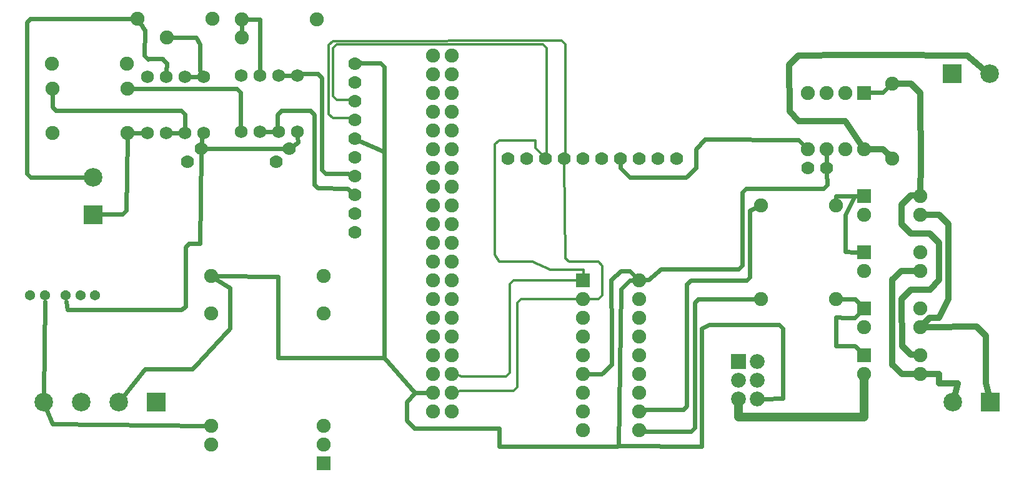
<source format=gtl>
G04 MADE WITH FRITZING*
G04 WWW.FRITZING.ORG*
G04 DOUBLE SIDED*
G04 HOLES PLATED*
G04 CONTOUR ON CENTER OF CONTOUR VECTOR*
%ASAXBY*%
%FSLAX23Y23*%
%MOIN*%
%OFA0B0*%
%SFA1.0B1.0*%
%ADD10C,0.079370*%
%ADD11C,0.075000*%
%ADD12C,0.053843*%
%ADD13C,0.068000*%
%ADD14C,0.070000*%
%ADD15C,0.075361*%
%ADD16C,0.099055*%
%ADD17R,0.079370X0.079370*%
%ADD18R,0.075000X0.075000*%
%ADD19R,0.099055X0.099055*%
%ADD20C,0.024000*%
%ADD21C,0.048000*%
%ADD22C,0.012000*%
%ADD23C,0.032000*%
%ADD24R,0.001000X0.001000*%
%LNCOPPER1*%
G90*
G70*
G54D10*
X3976Y641D03*
X3976Y541D03*
X3976Y441D03*
X3876Y641D03*
X3876Y541D03*
X3876Y441D03*
G54D11*
X1661Y95D03*
X1661Y195D03*
X1061Y195D03*
X1661Y295D03*
X1061Y295D03*
X1661Y895D03*
X1061Y895D03*
X1661Y1095D03*
X1061Y1095D03*
G54D12*
X96Y994D03*
X175Y994D03*
X285Y994D03*
X364Y994D03*
X443Y994D03*
G54D11*
X1624Y2465D03*
X1224Y2465D03*
X1224Y2371D03*
X824Y2371D03*
X213Y2229D03*
X613Y2229D03*
X614Y2096D03*
X214Y2096D03*
G54D13*
X1522Y2165D03*
X1422Y2165D03*
X1322Y2165D03*
X1222Y2165D03*
X1222Y1865D03*
X1322Y1865D03*
X1422Y1865D03*
X1522Y1865D03*
X1522Y2165D03*
X1422Y2165D03*
X1322Y2165D03*
X1222Y2165D03*
X1222Y1865D03*
X1322Y1865D03*
X1422Y1865D03*
X1522Y1865D03*
X1021Y2160D03*
X921Y2160D03*
X821Y2160D03*
X721Y2160D03*
X721Y1860D03*
X821Y1860D03*
X921Y1860D03*
X1021Y1860D03*
X1021Y2160D03*
X921Y2160D03*
X821Y2160D03*
X721Y2160D03*
X721Y1860D03*
X821Y1860D03*
X921Y1860D03*
X1021Y1860D03*
G54D11*
X1067Y2470D03*
X667Y2470D03*
X614Y1860D03*
X214Y1860D03*
G54D14*
X1409Y1705D03*
X1479Y1776D03*
X936Y1705D03*
X1007Y1776D03*
X1828Y1328D03*
X1828Y1428D03*
X1828Y1528D03*
X1828Y1628D03*
X1828Y1728D03*
X1828Y1828D03*
X1828Y1928D03*
X1828Y2028D03*
X1828Y2128D03*
X1828Y2228D03*
X3546Y1724D03*
X3446Y1724D03*
X3346Y1724D03*
X3246Y1724D03*
X3146Y1724D03*
X3046Y1724D03*
X2946Y1724D03*
X2846Y1724D03*
X2746Y1724D03*
X2646Y1724D03*
G54D11*
X4546Y2074D03*
X4546Y1774D03*
X4446Y2074D03*
X4446Y1774D03*
X4346Y2074D03*
X4346Y1774D03*
X4246Y2074D03*
X4246Y1774D03*
G54D14*
X4246Y1674D03*
X4346Y1674D03*
G54D15*
X2346Y374D03*
X2346Y474D03*
X2346Y574D03*
X2346Y674D03*
X2346Y774D03*
X2346Y874D03*
X2346Y974D03*
X2346Y1074D03*
X2346Y1174D03*
X2346Y1274D03*
X2346Y1374D03*
X2346Y1474D03*
X2346Y1574D03*
X2346Y1674D03*
X2346Y1774D03*
X2346Y1874D03*
X2346Y1974D03*
X2346Y2074D03*
X2346Y2174D03*
X2346Y2274D03*
X2246Y2274D03*
X2246Y2174D03*
X2246Y2074D03*
X2246Y1974D03*
X2246Y1874D03*
X2246Y1774D03*
X2246Y1674D03*
X2246Y1574D03*
X2246Y1474D03*
X2246Y1374D03*
X2246Y1274D03*
X2246Y1174D03*
X2246Y1074D03*
X2246Y974D03*
X2246Y874D03*
X2246Y774D03*
X2246Y674D03*
X2246Y574D03*
X2246Y474D03*
X2246Y374D03*
G54D16*
X5218Y423D03*
X5018Y423D03*
X769Y423D03*
X569Y423D03*
X369Y423D03*
X169Y423D03*
X431Y1424D03*
X431Y1624D03*
X5014Y2175D03*
X5214Y2175D03*
G54D11*
X4696Y2124D03*
X4696Y1724D03*
X4546Y674D03*
X4846Y674D03*
X4546Y574D03*
X4846Y574D03*
X4546Y1224D03*
X4846Y1224D03*
X4546Y1124D03*
X4846Y1124D03*
X4546Y1524D03*
X4846Y1524D03*
X4546Y1424D03*
X4846Y1424D03*
X4546Y924D03*
X4846Y924D03*
X4546Y824D03*
X4846Y824D03*
X3996Y974D03*
X4396Y974D03*
X3996Y1474D03*
X4396Y1474D03*
X3046Y1074D03*
X3046Y974D03*
X3046Y874D03*
X3046Y774D03*
X3046Y674D03*
X3046Y574D03*
X3046Y474D03*
X3046Y374D03*
X3046Y274D03*
X3346Y274D03*
X3346Y374D03*
X3346Y474D03*
X3346Y574D03*
X3346Y674D03*
X3346Y774D03*
X3346Y874D03*
X3346Y974D03*
X3346Y1074D03*
G54D17*
X3876Y641D03*
G54D18*
X1661Y95D03*
X4546Y2074D03*
G54D19*
X5218Y423D03*
X769Y423D03*
X431Y1424D03*
X5014Y2175D03*
G54D18*
X4546Y674D03*
X4546Y1224D03*
X4546Y1524D03*
X4546Y924D03*
X3046Y1074D03*
G54D20*
X1417Y660D02*
X1417Y1093D01*
D02*
X1417Y1093D02*
X1089Y1095D01*
D02*
X1986Y660D02*
X1417Y660D01*
G54D21*
D02*
X3876Y344D02*
X3876Y399D01*
D02*
X4545Y344D02*
X3876Y344D01*
D02*
X4546Y535D02*
X4545Y344D01*
G54D20*
D02*
X4112Y816D02*
X4112Y442D01*
D02*
X4112Y442D02*
X4007Y441D01*
D02*
X4093Y837D02*
X4112Y816D01*
D02*
X3719Y837D02*
X4093Y837D01*
D02*
X3678Y816D02*
X3719Y837D01*
D02*
X3678Y187D02*
X3678Y816D01*
D02*
X3236Y189D02*
X3678Y187D01*
D02*
X169Y463D02*
X175Y960D01*
D02*
X1986Y1761D02*
X1856Y1816D01*
G54D22*
D02*
X2852Y1761D02*
X2852Y2313D01*
D02*
X2950Y1761D02*
X2950Y2333D01*
G54D20*
D02*
X1632Y1565D02*
X1611Y1584D01*
D02*
X1593Y1979D02*
X1435Y1979D01*
D02*
X1435Y1979D02*
X1415Y1957D01*
D02*
X1415Y1899D02*
X1416Y1891D01*
D02*
X1553Y2175D02*
X1548Y2173D01*
D02*
X1632Y2175D02*
X1553Y2175D01*
G54D22*
D02*
X1712Y1940D02*
X1789Y1939D01*
D02*
X1730Y2037D02*
X1790Y2036D01*
D02*
X1712Y2350D02*
X1689Y2331D01*
G54D20*
D02*
X1986Y1761D02*
X1985Y2214D01*
D02*
X1986Y660D02*
X1986Y1761D01*
G54D22*
D02*
X2852Y2313D02*
X2833Y2333D01*
D02*
X2950Y2333D02*
X2930Y2353D01*
G54D20*
D02*
X668Y1860D02*
X694Y1860D01*
D02*
X1453Y1776D02*
X1033Y1776D01*
G54D22*
D02*
X1730Y2332D02*
X1710Y2312D01*
G54D20*
D02*
X643Y1860D02*
X668Y1860D01*
D02*
X1611Y1584D02*
X1612Y1957D01*
D02*
X1612Y1957D02*
X1593Y1979D01*
D02*
X1789Y1643D02*
X1671Y1644D01*
D02*
X1671Y1644D02*
X1652Y1663D01*
D02*
X1789Y1564D02*
X1632Y1565D01*
D02*
X1415Y1957D02*
X1415Y1899D01*
D02*
X1806Y1549D02*
X1789Y1564D01*
D02*
X1652Y1663D02*
X1652Y2154D01*
D02*
X1652Y2154D02*
X1632Y2175D01*
D02*
X1799Y1639D02*
X1789Y1643D01*
D02*
X1849Y2233D02*
X1858Y2236D01*
D02*
X1966Y2233D02*
X1849Y2233D01*
G54D22*
D02*
X1790Y2036D02*
X1803Y2033D01*
D02*
X1789Y1939D02*
X1804Y1935D01*
D02*
X2930Y2353D02*
X1712Y2350D01*
D02*
X1689Y2331D02*
X1689Y1959D01*
D02*
X1689Y1959D02*
X1712Y1940D01*
D02*
X2949Y1749D02*
X2950Y1761D01*
G54D20*
D02*
X1985Y2214D02*
X1966Y2233D01*
D02*
X2147Y473D02*
X1986Y660D01*
G54D22*
D02*
X2833Y2333D02*
X1730Y2332D01*
D02*
X1710Y2312D02*
X1710Y2057D01*
D02*
X1710Y2057D02*
X1730Y2037D01*
D02*
X2850Y1749D02*
X2852Y1761D01*
G54D20*
D02*
X943Y1270D02*
X924Y1250D01*
D02*
X924Y934D02*
X903Y915D01*
D02*
X608Y1446D02*
X588Y1427D01*
D02*
X470Y1427D02*
X471Y1427D01*
D02*
X77Y2451D02*
X77Y1644D01*
D02*
X214Y307D02*
X1032Y296D01*
D02*
X183Y385D02*
X214Y307D01*
D02*
X707Y600D02*
X960Y600D01*
D02*
X960Y600D02*
X1161Y816D01*
D02*
X1161Y1033D02*
X1085Y1080D01*
D02*
X1161Y816D02*
X1161Y1033D01*
D02*
X594Y455D02*
X707Y600D01*
D02*
X924Y1250D02*
X924Y934D01*
D02*
X294Y915D02*
X289Y960D01*
D02*
X1001Y1270D02*
X943Y1270D01*
D02*
X588Y1427D02*
X470Y1427D01*
D02*
X614Y1831D02*
X608Y1446D01*
D02*
X97Y1624D02*
X390Y1624D01*
D02*
X1007Y1750D02*
X1001Y1270D01*
D02*
X77Y1644D02*
X97Y1624D01*
D02*
X96Y2470D02*
X77Y2451D01*
D02*
X639Y2470D02*
X96Y2470D01*
D02*
X765Y915D02*
X294Y915D01*
D02*
X903Y915D02*
X765Y915D01*
D02*
X4348Y1584D02*
X4346Y1648D01*
D02*
X4329Y1564D02*
X4348Y1584D01*
D02*
X3915Y1564D02*
X4329Y1564D01*
D02*
X3895Y1152D02*
X3895Y1544D01*
D02*
X3895Y1544D02*
X3915Y1564D01*
D02*
X3876Y1132D02*
X3895Y1152D01*
D02*
X3463Y1132D02*
X3876Y1132D01*
D02*
X3374Y1075D02*
X3395Y1075D01*
D02*
X3395Y1075D02*
X3463Y1132D01*
D02*
X4446Y1226D02*
X4496Y1224D01*
D02*
X4496Y1224D02*
X4517Y1224D01*
D02*
X4445Y1374D02*
X4446Y1226D01*
D02*
X4396Y1503D02*
X4396Y1523D01*
D02*
X4396Y1523D02*
X4517Y1524D01*
D02*
X4496Y874D02*
X4526Y904D01*
D02*
X4496Y724D02*
X4396Y724D01*
D02*
X4445Y1424D02*
X4445Y1374D01*
D02*
X4496Y1524D02*
X4445Y1424D01*
D02*
X3295Y1074D02*
X3317Y1074D01*
D02*
X3620Y1072D02*
X3599Y1053D01*
D02*
X3659Y974D02*
X3640Y954D01*
D02*
X3384Y265D02*
X3374Y268D01*
D02*
X3620Y265D02*
X3384Y265D01*
D02*
X3384Y383D02*
X3374Y381D01*
D02*
X3581Y383D02*
X3384Y383D01*
D02*
X3599Y403D02*
X3581Y383D01*
D02*
X3640Y285D02*
X3620Y265D01*
D02*
X3247Y1026D02*
X3295Y1074D01*
D02*
X3236Y189D02*
X3247Y1026D01*
D02*
X3967Y974D02*
X3659Y974D01*
D02*
X3640Y954D02*
X3640Y285D01*
D02*
X3936Y1446D02*
X3936Y1091D01*
D02*
X3936Y1091D02*
X3917Y1072D01*
D02*
X3917Y1072D02*
X3620Y1072D01*
D02*
X3970Y1462D02*
X3936Y1445D01*
D02*
X3599Y1053D02*
X3599Y403D01*
D02*
X4396Y724D02*
X4396Y876D01*
D02*
X4526Y695D02*
X4496Y724D01*
D02*
X4447Y874D02*
X4496Y874D01*
D02*
X4396Y876D02*
X4447Y874D01*
D02*
X4517Y1524D02*
X4496Y1524D01*
G54D23*
D02*
X4946Y874D02*
X4896Y874D01*
D02*
X4946Y1424D02*
X4996Y1374D01*
G54D22*
D02*
X2655Y580D02*
X2655Y1052D01*
D02*
X2675Y482D02*
X2695Y502D01*
D02*
X2715Y974D02*
X3023Y974D01*
D02*
X2675Y1072D02*
X3023Y1074D01*
G54D20*
D02*
X3227Y186D02*
X3236Y189D01*
G54D22*
D02*
X2655Y1052D02*
X2675Y1072D01*
D02*
X2695Y502D02*
X2695Y954D01*
G54D23*
D02*
X5046Y524D02*
X5030Y467D01*
D02*
X4996Y1374D02*
X4996Y974D01*
D02*
X4896Y874D02*
X4870Y848D01*
D02*
X4996Y974D02*
X4946Y874D01*
D02*
X4880Y1424D02*
X4946Y1424D01*
D02*
X4945Y524D02*
X5046Y524D01*
D02*
X4945Y574D02*
X4945Y524D01*
D02*
X4880Y574D02*
X4945Y574D01*
G54D22*
D02*
X2399Y560D02*
X2636Y560D01*
D02*
X2371Y568D02*
X2399Y560D01*
D02*
X2636Y560D02*
X2655Y580D01*
D02*
X2399Y482D02*
X2675Y482D01*
D02*
X2372Y478D02*
X2399Y482D01*
D02*
X2695Y954D02*
X2715Y974D01*
G54D20*
D02*
X2597Y186D02*
X3227Y186D01*
D02*
X2597Y284D02*
X2597Y186D01*
D02*
X2144Y284D02*
X2597Y284D01*
D02*
X2104Y325D02*
X2144Y284D01*
D02*
X1219Y1899D02*
X1219Y1892D01*
D02*
X1219Y2076D02*
X1219Y1899D01*
D02*
X1198Y2097D02*
X1219Y2076D01*
D02*
X2214Y474D02*
X2147Y473D01*
D02*
X2104Y424D02*
X2104Y325D01*
D02*
X2147Y473D02*
X2104Y424D01*
D02*
X643Y2096D02*
X1198Y2097D01*
D02*
X1395Y1865D02*
X1349Y1865D01*
D02*
X1495Y2165D02*
X1449Y2165D01*
D02*
X1321Y2465D02*
X1252Y2465D01*
D02*
X1321Y2249D02*
X1321Y2465D01*
D02*
X1322Y2192D02*
X1321Y2249D01*
D02*
X1224Y2436D02*
X1224Y2400D01*
D02*
X1001Y2194D02*
X1007Y2183D01*
D02*
X1001Y2333D02*
X1001Y2194D01*
D02*
X982Y2371D02*
X1001Y2333D01*
D02*
X853Y2371D02*
X982Y2371D01*
G54D23*
D02*
X4795Y1024D02*
X4897Y1024D01*
G54D20*
D02*
X233Y1978D02*
X903Y1978D01*
G54D23*
D02*
X4795Y675D02*
X4747Y723D01*
G54D20*
D02*
X903Y1978D02*
X923Y1958D01*
G54D23*
D02*
X4747Y574D02*
X4812Y574D01*
G54D20*
D02*
X923Y1899D02*
X923Y1887D01*
D02*
X923Y1958D02*
X923Y1899D01*
G54D23*
D02*
X4746Y1124D02*
X4696Y1075D01*
D02*
X4946Y1075D02*
X4946Y1274D01*
G54D20*
D02*
X215Y1998D02*
X233Y1978D01*
D02*
X214Y2067D02*
X215Y1998D01*
G54D23*
D02*
X4796Y1324D02*
X4746Y1374D01*
D02*
X4796Y1525D02*
X4812Y1525D01*
D02*
X4747Y723D02*
X4746Y974D01*
D02*
X4746Y974D02*
X4795Y1024D01*
D02*
X4897Y1024D02*
X4946Y1075D01*
D02*
X4896Y1324D02*
X4796Y1324D01*
D02*
X4946Y1274D02*
X4896Y1324D01*
D02*
X4746Y1374D02*
X4746Y1475D01*
D02*
X4812Y675D02*
X4795Y675D01*
G54D20*
D02*
X706Y2273D02*
X725Y2254D01*
D02*
X707Y2411D02*
X706Y2273D01*
G54D23*
D02*
X4746Y1475D02*
X4796Y1525D01*
D02*
X4695Y623D02*
X4747Y574D01*
D02*
X4812Y1124D02*
X4746Y1124D01*
D02*
X4696Y1075D02*
X4695Y623D01*
G54D20*
D02*
X3197Y624D02*
X3146Y574D01*
D02*
X3247Y1123D02*
X3195Y1075D01*
D02*
X3295Y1123D02*
X3247Y1123D01*
D02*
X3346Y1074D02*
X3295Y1123D01*
D02*
X3197Y775D02*
X3197Y673D01*
G54D22*
D02*
X2872Y1131D02*
X2774Y1172D01*
D02*
X2793Y1781D02*
X2829Y1743D01*
D02*
X2597Y1821D02*
X2793Y1821D01*
D02*
X2597Y1172D02*
X2576Y1209D01*
D02*
X2576Y1209D02*
X2576Y1800D01*
D02*
X2793Y1821D02*
X2793Y1781D01*
D02*
X2576Y1800D02*
X2597Y1821D01*
D02*
X2774Y1172D02*
X2597Y1172D01*
D02*
X3049Y1131D02*
X2872Y1131D01*
D02*
X3047Y1097D02*
X3049Y1131D01*
G54D20*
D02*
X894Y1860D02*
X849Y1860D01*
D02*
X949Y2160D02*
X994Y2160D01*
D02*
X3195Y1075D02*
X3197Y775D01*
D02*
X3146Y574D02*
X3074Y574D01*
D02*
X3197Y673D02*
X3197Y624D01*
D02*
X825Y2234D02*
X823Y2187D01*
D02*
X803Y2254D02*
X825Y2234D01*
D02*
X1524Y1810D02*
X1523Y1838D01*
G54D22*
D02*
X3147Y1150D02*
X3128Y1172D01*
G54D20*
D02*
X1013Y1830D02*
X1010Y1802D01*
G54D22*
D02*
X2951Y1191D02*
X2946Y1699D01*
G54D20*
D02*
X1014Y1834D02*
X1013Y1830D01*
G54D22*
D02*
X2970Y1172D02*
X2951Y1191D01*
G54D20*
D02*
X1500Y1792D02*
X1524Y1810D01*
G54D22*
D02*
X3128Y1172D02*
X2970Y1172D01*
D02*
X3148Y993D02*
X3147Y1150D01*
D02*
X3128Y973D02*
X3148Y993D01*
D02*
X3069Y974D02*
X3128Y973D01*
G54D20*
D02*
X4645Y2076D02*
X4574Y2075D01*
D02*
X4346Y1746D02*
X4346Y1700D01*
D02*
X3296Y1623D02*
X3246Y1673D01*
D02*
X3246Y1673D02*
X3246Y1694D01*
D02*
X3595Y1623D02*
X3296Y1623D01*
D02*
X3647Y1674D02*
X3595Y1623D01*
D02*
X3647Y1773D02*
X3647Y1674D01*
D02*
X3694Y1825D02*
X3647Y1773D01*
D02*
X4194Y1824D02*
X3694Y1825D01*
D02*
X4225Y1794D02*
X4194Y1824D01*
D02*
X4675Y2105D02*
X4645Y2076D01*
G54D23*
D02*
X4796Y2124D02*
X4730Y2124D01*
D02*
X4846Y2074D02*
X4796Y2124D01*
D02*
X4846Y1559D02*
X4847Y1675D01*
D02*
X4847Y1675D02*
X4846Y2074D01*
G54D20*
D02*
X4645Y1774D02*
X4574Y1774D01*
D02*
X4675Y1744D02*
X4645Y1774D01*
G54D23*
D02*
X4646Y1774D02*
X4672Y1749D01*
D02*
X4196Y1924D02*
X4446Y1924D01*
D02*
X4446Y1924D02*
X4546Y1774D01*
D02*
X4546Y1774D02*
X4646Y1774D01*
D02*
X4147Y1975D02*
X4196Y1924D01*
D02*
X4146Y2224D02*
X4147Y1975D01*
D02*
X4645Y2275D02*
X4446Y2275D01*
D02*
X4195Y2273D02*
X4146Y2224D01*
D02*
X4446Y2275D02*
X4195Y2273D01*
D02*
X5096Y2274D02*
X4645Y2275D01*
D02*
X5179Y2204D02*
X5096Y2274D01*
G54D20*
D02*
X4497Y973D02*
X4424Y974D01*
D02*
X4526Y944D02*
X4497Y973D01*
G54D23*
D02*
X5146Y825D02*
X4880Y824D01*
D02*
X5196Y775D02*
X5146Y825D01*
D02*
X5195Y526D02*
X5196Y775D01*
D02*
X5208Y468D02*
X5195Y526D01*
G54D24*
X663Y2482D02*
X670Y2482D01*
X661Y2481D02*
X672Y2481D01*
X659Y2480D02*
X674Y2480D01*
X658Y2479D02*
X675Y2479D01*
X658Y2478D02*
X676Y2478D01*
X657Y2477D02*
X676Y2477D01*
X656Y2476D02*
X677Y2476D01*
X656Y2475D02*
X678Y2475D01*
X656Y2474D02*
X678Y2474D01*
X655Y2473D02*
X679Y2473D01*
X655Y2472D02*
X680Y2472D01*
X655Y2471D02*
X680Y2471D01*
X655Y2470D02*
X681Y2470D01*
X655Y2469D02*
X682Y2469D01*
X655Y2468D02*
X682Y2468D01*
X656Y2467D02*
X683Y2467D01*
X656Y2466D02*
X684Y2466D01*
X657Y2465D02*
X684Y2465D01*
X657Y2464D02*
X685Y2464D01*
X658Y2463D02*
X686Y2463D01*
X659Y2462D02*
X687Y2462D01*
X659Y2461D02*
X687Y2461D01*
X660Y2460D02*
X688Y2460D01*
X661Y2459D02*
X689Y2459D01*
X661Y2458D02*
X689Y2458D01*
X662Y2457D02*
X690Y2457D01*
X663Y2456D02*
X691Y2456D01*
X663Y2455D02*
X691Y2455D01*
X664Y2454D02*
X692Y2454D01*
X665Y2453D02*
X693Y2453D01*
X665Y2452D02*
X693Y2452D01*
X666Y2451D02*
X694Y2451D01*
X667Y2450D02*
X695Y2450D01*
X667Y2449D02*
X695Y2449D01*
X668Y2448D02*
X696Y2448D01*
X669Y2447D02*
X697Y2447D01*
X669Y2446D02*
X697Y2446D01*
X670Y2445D02*
X698Y2445D01*
X671Y2444D02*
X699Y2444D01*
X671Y2443D02*
X699Y2443D01*
X672Y2442D02*
X700Y2442D01*
X673Y2441D02*
X701Y2441D01*
X673Y2440D02*
X701Y2440D01*
X674Y2439D02*
X702Y2439D01*
X675Y2438D02*
X703Y2438D01*
X675Y2437D02*
X703Y2437D01*
X676Y2436D02*
X704Y2436D01*
X677Y2435D02*
X705Y2435D01*
X677Y2434D02*
X705Y2434D01*
X678Y2433D02*
X706Y2433D01*
X679Y2432D02*
X707Y2432D01*
X679Y2431D02*
X707Y2431D01*
X680Y2430D02*
X708Y2430D01*
X681Y2429D02*
X709Y2429D01*
X681Y2428D02*
X709Y2428D01*
X682Y2427D02*
X710Y2427D01*
X683Y2426D02*
X711Y2426D01*
X684Y2425D02*
X711Y2425D01*
X684Y2424D02*
X712Y2424D01*
X685Y2423D02*
X713Y2423D01*
X686Y2422D02*
X713Y2422D01*
X686Y2421D02*
X714Y2421D01*
X687Y2420D02*
X715Y2420D01*
X688Y2419D02*
X716Y2419D01*
X688Y2418D02*
X716Y2418D01*
X689Y2417D02*
X717Y2417D01*
X690Y2416D02*
X717Y2416D01*
X690Y2415D02*
X717Y2415D01*
X691Y2414D02*
X718Y2414D01*
X692Y2413D02*
X718Y2413D01*
X692Y2412D02*
X718Y2412D01*
X693Y2411D02*
X718Y2411D01*
X694Y2410D02*
X717Y2410D01*
X694Y2409D02*
X717Y2409D01*
X695Y2408D02*
X717Y2408D01*
X696Y2407D02*
X717Y2407D01*
X696Y2406D02*
X716Y2406D01*
X697Y2405D02*
X715Y2405D01*
X698Y2404D02*
X715Y2404D01*
X699Y2403D02*
X713Y2403D01*
X700Y2402D02*
X712Y2402D01*
X702Y2401D02*
X710Y2401D01*
X721Y2266D02*
X807Y2266D01*
X719Y2265D02*
X809Y2265D01*
X718Y2264D02*
X810Y2264D01*
X717Y2263D02*
X811Y2263D01*
X716Y2262D02*
X812Y2262D01*
X715Y2261D02*
X813Y2261D01*
X715Y2260D02*
X813Y2260D01*
X714Y2259D02*
X814Y2259D01*
X714Y2258D02*
X814Y2258D01*
X714Y2257D02*
X814Y2257D01*
X714Y2256D02*
X814Y2256D01*
X713Y2255D02*
X814Y2255D01*
X714Y2254D02*
X814Y2254D01*
X714Y2253D02*
X814Y2253D01*
X714Y2252D02*
X814Y2252D01*
X714Y2251D02*
X814Y2251D01*
X715Y2250D02*
X813Y2250D01*
X715Y2249D02*
X813Y2249D01*
X716Y2248D02*
X812Y2248D01*
X717Y2247D02*
X811Y2247D01*
X718Y2246D02*
X810Y2246D01*
X719Y2245D02*
X809Y2245D01*
X721Y2244D02*
X807Y2244D01*
X725Y2243D02*
X804Y2243D01*
X90Y1019D02*
X101Y1019D01*
X169Y1019D02*
X180Y1019D01*
X279Y1019D02*
X290Y1019D01*
X358Y1019D02*
X369Y1019D01*
X436Y1019D02*
X448Y1019D01*
X87Y1018D02*
X105Y1018D01*
X166Y1018D02*
X183Y1018D01*
X276Y1018D02*
X293Y1018D01*
X355Y1018D02*
X372Y1018D01*
X433Y1018D02*
X451Y1018D01*
X85Y1017D02*
X107Y1017D01*
X164Y1017D02*
X185Y1017D01*
X274Y1017D02*
X295Y1017D01*
X353Y1017D02*
X374Y1017D01*
X431Y1017D02*
X453Y1017D01*
X83Y1016D02*
X108Y1016D01*
X162Y1016D02*
X187Y1016D01*
X272Y1016D02*
X297Y1016D01*
X351Y1016D02*
X376Y1016D01*
X430Y1016D02*
X455Y1016D01*
X82Y1015D02*
X110Y1015D01*
X160Y1015D02*
X189Y1015D01*
X271Y1015D02*
X299Y1015D01*
X349Y1015D02*
X378Y1015D01*
X428Y1015D02*
X456Y1015D01*
X80Y1014D02*
X111Y1014D01*
X159Y1014D02*
X190Y1014D01*
X269Y1014D02*
X300Y1014D01*
X348Y1014D02*
X379Y1014D01*
X427Y1014D02*
X458Y1014D01*
X79Y1013D02*
X112Y1013D01*
X158Y1013D02*
X191Y1013D01*
X268Y1013D02*
X301Y1013D01*
X347Y1013D02*
X380Y1013D01*
X426Y1013D02*
X459Y1013D01*
X78Y1012D02*
X113Y1012D01*
X157Y1012D02*
X192Y1012D01*
X267Y1012D02*
X302Y1012D01*
X346Y1012D02*
X381Y1012D01*
X425Y1012D02*
X460Y1012D01*
X77Y1011D02*
X114Y1011D01*
X156Y1011D02*
X193Y1011D01*
X266Y1011D02*
X303Y1011D01*
X345Y1011D02*
X382Y1011D01*
X424Y1011D02*
X461Y1011D01*
X77Y1010D02*
X115Y1010D01*
X155Y1010D02*
X194Y1010D01*
X265Y1010D02*
X304Y1010D01*
X344Y1010D02*
X383Y1010D01*
X423Y1010D02*
X461Y1010D01*
X76Y1009D02*
X91Y1009D01*
X101Y1009D02*
X116Y1009D01*
X154Y1009D02*
X169Y1009D01*
X180Y1009D02*
X195Y1009D01*
X265Y1009D02*
X280Y1009D01*
X290Y1009D02*
X305Y1009D01*
X343Y1009D02*
X358Y1009D01*
X369Y1009D02*
X383Y1009D01*
X422Y1009D02*
X437Y1009D01*
X448Y1009D02*
X462Y1009D01*
X75Y1008D02*
X88Y1008D01*
X103Y1008D02*
X116Y1008D01*
X154Y1008D02*
X167Y1008D01*
X182Y1008D02*
X195Y1008D01*
X264Y1008D02*
X277Y1008D01*
X292Y1008D02*
X305Y1008D01*
X343Y1008D02*
X356Y1008D01*
X371Y1008D02*
X384Y1008D01*
X422Y1008D02*
X435Y1008D01*
X450Y1008D02*
X463Y1008D01*
X75Y1007D02*
X87Y1007D01*
X105Y1007D02*
X117Y1007D01*
X153Y1007D02*
X165Y1007D01*
X184Y1007D02*
X196Y1007D01*
X264Y1007D02*
X276Y1007D01*
X294Y1007D02*
X306Y1007D01*
X342Y1007D02*
X354Y1007D01*
X373Y1007D02*
X385Y1007D01*
X421Y1007D02*
X433Y1007D01*
X451Y1007D02*
X463Y1007D01*
X74Y1006D02*
X85Y1006D01*
X106Y1006D02*
X117Y1006D01*
X153Y1006D02*
X164Y1006D01*
X185Y1006D02*
X196Y1006D01*
X263Y1006D02*
X274Y1006D01*
X295Y1006D02*
X306Y1006D01*
X342Y1006D02*
X353Y1006D01*
X374Y1006D02*
X385Y1006D01*
X420Y1006D02*
X432Y1006D01*
X453Y1006D02*
X464Y1006D01*
X73Y1005D02*
X84Y1005D01*
X107Y1005D02*
X118Y1005D01*
X152Y1005D02*
X163Y1005D01*
X186Y1005D02*
X197Y1005D01*
X262Y1005D02*
X273Y1005D01*
X296Y1005D02*
X307Y1005D01*
X341Y1005D02*
X352Y1005D01*
X375Y1005D02*
X386Y1005D01*
X420Y1005D02*
X431Y1005D01*
X454Y1005D02*
X464Y1005D01*
X73Y1004D02*
X84Y1004D01*
X108Y1004D02*
X118Y1004D01*
X152Y1004D02*
X162Y1004D01*
X187Y1004D02*
X197Y1004D01*
X262Y1004D02*
X273Y1004D01*
X297Y1004D02*
X307Y1004D01*
X341Y1004D02*
X351Y1004D01*
X376Y1004D02*
X386Y1004D01*
X419Y1004D02*
X430Y1004D01*
X455Y1004D02*
X465Y1004D01*
X73Y1003D02*
X83Y1003D01*
X109Y1003D02*
X119Y1003D01*
X151Y1003D02*
X162Y1003D01*
X188Y1003D02*
X198Y1003D01*
X262Y1003D02*
X272Y1003D01*
X298Y1003D02*
X308Y1003D01*
X340Y1003D02*
X351Y1003D01*
X377Y1003D02*
X387Y1003D01*
X419Y1003D02*
X429Y1003D01*
X455Y1003D02*
X465Y1003D01*
X72Y1002D02*
X82Y1002D01*
X109Y1002D02*
X119Y1002D01*
X151Y1002D02*
X161Y1002D01*
X188Y1002D02*
X198Y1002D01*
X261Y1002D02*
X271Y1002D01*
X298Y1002D02*
X308Y1002D01*
X340Y1002D02*
X350Y1002D01*
X377Y1002D02*
X387Y1002D01*
X419Y1002D02*
X429Y1002D01*
X456Y1002D02*
X466Y1002D01*
X72Y1001D02*
X82Y1001D01*
X110Y1001D02*
X119Y1001D01*
X151Y1001D02*
X160Y1001D01*
X189Y1001D02*
X198Y1001D01*
X261Y1001D02*
X271Y1001D01*
X299Y1001D02*
X308Y1001D01*
X340Y1001D02*
X349Y1001D01*
X378Y1001D02*
X387Y1001D01*
X419Y1001D02*
X428Y1001D01*
X456Y1001D02*
X466Y1001D01*
X72Y1000D02*
X81Y1000D01*
X110Y1000D02*
X120Y1000D01*
X151Y1000D02*
X160Y1000D01*
X189Y1000D02*
X198Y1000D01*
X261Y1000D02*
X270Y1000D01*
X299Y1000D02*
X309Y1000D01*
X340Y1000D02*
X349Y1000D01*
X378Y1000D02*
X387Y1000D01*
X418Y1000D02*
X428Y1000D01*
X457Y1000D02*
X466Y1000D01*
X72Y999D02*
X81Y999D01*
X111Y999D02*
X120Y999D01*
X150Y999D02*
X160Y999D01*
X189Y999D02*
X199Y999D01*
X261Y999D02*
X270Y999D01*
X300Y999D02*
X309Y999D01*
X339Y999D02*
X349Y999D01*
X378Y999D02*
X388Y999D01*
X418Y999D02*
X427Y999D01*
X457Y999D02*
X466Y999D01*
X71Y998D02*
X81Y998D01*
X111Y998D02*
X120Y998D01*
X150Y998D02*
X159Y998D01*
X190Y998D02*
X199Y998D01*
X260Y998D02*
X270Y998D01*
X300Y998D02*
X309Y998D01*
X339Y998D02*
X348Y998D01*
X379Y998D02*
X388Y998D01*
X418Y998D02*
X427Y998D01*
X457Y998D02*
X466Y998D01*
X71Y997D02*
X81Y997D01*
X111Y997D02*
X120Y997D01*
X150Y997D02*
X159Y997D01*
X190Y997D02*
X199Y997D01*
X260Y997D02*
X270Y997D01*
X300Y997D02*
X309Y997D01*
X339Y997D02*
X348Y997D01*
X379Y997D02*
X388Y997D01*
X418Y997D02*
X427Y997D01*
X458Y997D02*
X467Y997D01*
X71Y996D02*
X80Y996D01*
X111Y996D02*
X120Y996D01*
X150Y996D02*
X159Y996D01*
X190Y996D02*
X199Y996D01*
X260Y996D02*
X269Y996D01*
X300Y996D02*
X309Y996D01*
X339Y996D02*
X348Y996D01*
X379Y996D02*
X388Y996D01*
X418Y996D02*
X427Y996D01*
X458Y996D02*
X467Y996D01*
X71Y995D02*
X80Y995D01*
X111Y995D02*
X120Y995D01*
X150Y995D02*
X159Y995D01*
X190Y995D02*
X199Y995D01*
X260Y995D02*
X269Y995D01*
X300Y995D02*
X309Y995D01*
X339Y995D02*
X348Y995D01*
X379Y995D02*
X388Y995D01*
X418Y995D02*
X427Y995D01*
X458Y995D02*
X467Y995D01*
X71Y994D02*
X80Y994D01*
X111Y994D02*
X120Y994D01*
X150Y994D02*
X159Y994D01*
X190Y994D02*
X199Y994D01*
X260Y994D02*
X269Y994D01*
X300Y994D02*
X309Y994D01*
X339Y994D02*
X348Y994D01*
X379Y994D02*
X388Y994D01*
X418Y994D02*
X427Y994D01*
X458Y994D02*
X467Y994D01*
X71Y993D02*
X81Y993D01*
X111Y993D02*
X120Y993D01*
X150Y993D02*
X159Y993D01*
X190Y993D02*
X199Y993D01*
X260Y993D02*
X269Y993D01*
X300Y993D02*
X309Y993D01*
X339Y993D02*
X348Y993D01*
X379Y993D02*
X388Y993D01*
X418Y993D02*
X427Y993D01*
X458Y993D02*
X467Y993D01*
X71Y992D02*
X81Y992D01*
X111Y992D02*
X120Y992D01*
X150Y992D02*
X159Y992D01*
X190Y992D02*
X199Y992D01*
X260Y992D02*
X270Y992D01*
X300Y992D02*
X309Y992D01*
X339Y992D02*
X348Y992D01*
X379Y992D02*
X388Y992D01*
X418Y992D02*
X427Y992D01*
X457Y992D02*
X466Y992D01*
X72Y991D02*
X81Y991D01*
X111Y991D02*
X120Y991D01*
X150Y991D02*
X160Y991D01*
X190Y991D02*
X199Y991D01*
X261Y991D02*
X270Y991D01*
X300Y991D02*
X309Y991D01*
X339Y991D02*
X349Y991D01*
X378Y991D02*
X388Y991D01*
X418Y991D02*
X427Y991D01*
X457Y991D02*
X466Y991D01*
X72Y990D02*
X81Y990D01*
X110Y990D02*
X120Y990D01*
X150Y990D02*
X160Y990D01*
X189Y990D02*
X198Y990D01*
X261Y990D02*
X270Y990D01*
X299Y990D02*
X309Y990D01*
X339Y990D02*
X349Y990D01*
X378Y990D02*
X387Y990D01*
X418Y990D02*
X428Y990D01*
X457Y990D02*
X466Y990D01*
X72Y989D02*
X82Y989D01*
X110Y989D02*
X119Y989D01*
X151Y989D02*
X160Y989D01*
X189Y989D02*
X198Y989D01*
X261Y989D02*
X270Y989D01*
X299Y989D02*
X308Y989D01*
X340Y989D02*
X349Y989D01*
X378Y989D02*
X387Y989D01*
X418Y989D02*
X428Y989D01*
X457Y989D02*
X466Y989D01*
X72Y988D02*
X82Y988D01*
X110Y988D02*
X119Y988D01*
X151Y988D02*
X161Y988D01*
X188Y988D02*
X198Y988D01*
X261Y988D02*
X271Y988D01*
X299Y988D02*
X308Y988D01*
X340Y988D02*
X350Y988D01*
X377Y988D02*
X387Y988D01*
X419Y988D02*
X428Y988D01*
X456Y988D02*
X466Y988D01*
X73Y987D02*
X83Y987D01*
X109Y987D02*
X119Y987D01*
X151Y987D02*
X161Y987D01*
X188Y987D02*
X198Y987D01*
X262Y987D02*
X272Y987D01*
X298Y987D02*
X308Y987D01*
X340Y987D02*
X350Y987D01*
X377Y987D02*
X387Y987D01*
X419Y987D02*
X429Y987D01*
X456Y987D02*
X465Y987D01*
X73Y986D02*
X83Y986D01*
X108Y986D02*
X119Y986D01*
X152Y986D02*
X162Y986D01*
X187Y986D02*
X197Y986D01*
X262Y986D02*
X272Y986D01*
X297Y986D02*
X308Y986D01*
X341Y986D02*
X351Y986D01*
X376Y986D02*
X386Y986D01*
X419Y986D02*
X430Y986D01*
X455Y986D02*
X465Y986D01*
X73Y985D02*
X84Y985D01*
X108Y985D02*
X118Y985D01*
X152Y985D02*
X163Y985D01*
X186Y985D02*
X197Y985D01*
X262Y985D02*
X273Y985D01*
X297Y985D02*
X307Y985D01*
X341Y985D02*
X352Y985D01*
X375Y985D02*
X386Y985D01*
X420Y985D02*
X430Y985D01*
X454Y985D02*
X465Y985D01*
X74Y984D02*
X85Y984D01*
X107Y984D02*
X118Y984D01*
X153Y984D02*
X164Y984D01*
X185Y984D02*
X196Y984D01*
X263Y984D02*
X274Y984D01*
X296Y984D02*
X307Y984D01*
X342Y984D02*
X353Y984D01*
X374Y984D02*
X385Y984D01*
X420Y984D02*
X431Y984D01*
X453Y984D02*
X464Y984D01*
X74Y983D02*
X86Y983D01*
X106Y983D02*
X117Y983D01*
X153Y983D02*
X165Y983D01*
X184Y983D02*
X196Y983D01*
X263Y983D02*
X275Y983D01*
X295Y983D02*
X306Y983D01*
X342Y983D02*
X354Y983D01*
X373Y983D02*
X385Y983D01*
X421Y983D02*
X433Y983D01*
X452Y983D02*
X464Y983D01*
X75Y982D02*
X88Y982D01*
X104Y982D02*
X117Y982D01*
X154Y982D02*
X166Y982D01*
X183Y982D02*
X195Y982D01*
X264Y982D02*
X276Y982D01*
X293Y982D02*
X305Y982D01*
X343Y982D02*
X355Y982D01*
X372Y982D02*
X384Y982D01*
X421Y982D02*
X434Y982D01*
X451Y982D02*
X463Y982D01*
X76Y981D02*
X89Y981D01*
X102Y981D02*
X116Y981D01*
X154Y981D02*
X168Y981D01*
X181Y981D02*
X195Y981D01*
X264Y981D02*
X278Y981D01*
X291Y981D02*
X305Y981D01*
X343Y981D02*
X357Y981D01*
X370Y981D02*
X384Y981D01*
X422Y981D02*
X436Y981D01*
X449Y981D02*
X462Y981D01*
X76Y980D02*
X93Y980D01*
X99Y980D02*
X115Y980D01*
X155Y980D02*
X172Y980D01*
X178Y980D02*
X194Y980D01*
X265Y980D02*
X282Y980D01*
X288Y980D02*
X304Y980D01*
X344Y980D02*
X360Y980D01*
X367Y980D02*
X383Y980D01*
X423Y980D02*
X439Y980D01*
X445Y980D02*
X462Y980D01*
X77Y979D02*
X114Y979D01*
X156Y979D02*
X193Y979D01*
X266Y979D02*
X303Y979D01*
X345Y979D02*
X382Y979D01*
X424Y979D02*
X461Y979D01*
X78Y978D02*
X114Y978D01*
X157Y978D02*
X192Y978D01*
X267Y978D02*
X303Y978D01*
X346Y978D02*
X381Y978D01*
X424Y978D02*
X460Y978D01*
X79Y977D02*
X113Y977D01*
X158Y977D02*
X191Y977D01*
X268Y977D02*
X302Y977D01*
X347Y977D02*
X380Y977D01*
X425Y977D02*
X459Y977D01*
X80Y976D02*
X111Y976D01*
X159Y976D02*
X190Y976D01*
X269Y976D02*
X300Y976D01*
X348Y976D02*
X379Y976D01*
X427Y976D02*
X458Y976D01*
X81Y975D02*
X110Y975D01*
X160Y975D02*
X189Y975D01*
X270Y975D02*
X299Y975D01*
X349Y975D02*
X378Y975D01*
X428Y975D02*
X457Y975D01*
X83Y974D02*
X109Y974D01*
X161Y974D02*
X188Y974D01*
X272Y974D02*
X298Y974D01*
X350Y974D02*
X377Y974D01*
X429Y974D02*
X455Y974D01*
X84Y973D02*
X107Y973D01*
X163Y973D02*
X186Y973D01*
X273Y973D02*
X296Y973D01*
X352Y973D02*
X375Y973D01*
X431Y973D02*
X453Y973D01*
X86Y972D02*
X105Y972D01*
X165Y972D02*
X184Y972D01*
X275Y972D02*
X294Y972D01*
X354Y972D02*
X373Y972D01*
X433Y972D02*
X452Y972D01*
X89Y971D02*
X103Y971D01*
X168Y971D02*
X181Y971D01*
X278Y971D02*
X291Y971D01*
X357Y971D02*
X370Y971D01*
X435Y971D02*
X449Y971D01*
X95Y970D02*
X97Y970D01*
X173Y970D02*
X176Y970D01*
X284Y970D02*
X286Y970D01*
X362Y970D02*
X365Y970D01*
X441Y970D02*
X443Y970D01*
D02*
G04 End of Copper1*
M02*
</source>
